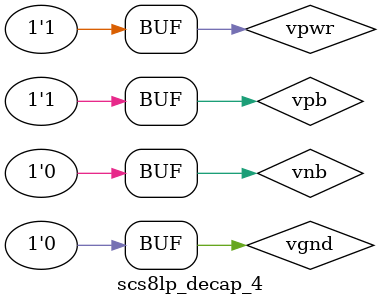
<source format=v>
`celldefine
`timescale 1ns / 1ps

module scs8lp_decap_4  (

`ifdef SC_USE_PG_PIN
input vpwr,
input vgnd,
input vpb,
input vnb
`endif

);

`ifdef functional
`else
`ifdef SC_USE_PG_PIN
`else
supply1 vpwr;
supply0 vgnd;
supply1 vpb;
supply0 vnb;
`endif
`endif

endmodule
`endcelldefine

</source>
